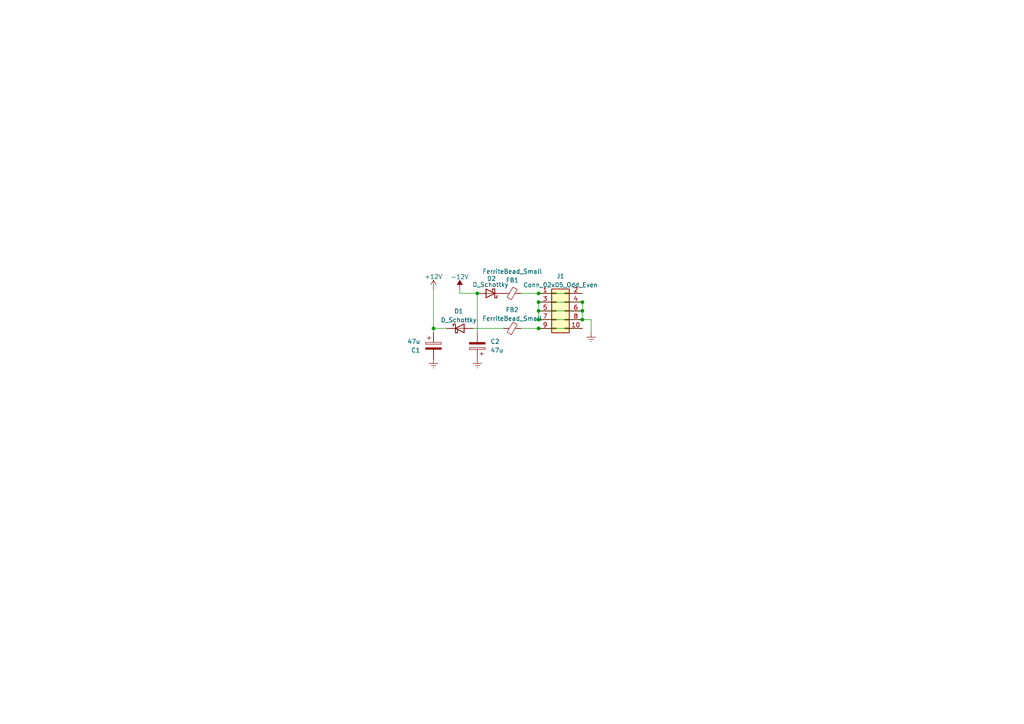
<source format=kicad_sch>
(kicad_sch (version 20230121) (generator eeschema)
  (paper "A4")
  (lib_symbols
    (symbol "Connector_Generic:Conn_02x05_Odd_Even" (pin_names (offset 1.016) hide)
      (property "Reference" "J" (at 1.27 7.62 0))
      (property "Value" "Conn_02x05_Odd_Even" (at 1.27 -7.62 0))
      (symbol "Conn_02x05_Odd_Even_1_1"
        (rectangle (start -1.27 -4.953) (end 0 -5.207) (stroke (width 0.1524)))
        (rectangle (start -1.27 -2.413) (end 0 -2.667) (stroke (width 0.1524)))
        (rectangle (start -1.27 0.127) (end 0 -0.127) (stroke (width 0.1524)))
        (rectangle (start -1.27 2.667) (end 0 2.413) (stroke (width 0.1524)))
        (rectangle (start -1.27 5.207) (end 0 4.953) (stroke (width 0.1524)))
        (rectangle (start -1.27 6.35) (end 3.81 -6.35) (stroke (width 0.254)) (fill (type background)))
        (rectangle (start 3.81 -4.953) (end 2.54 -5.207) (stroke (width 0.1524)))
        (rectangle (start 3.81 -2.413) (end 2.54 -2.667) (stroke (width 0.1524)))
        (rectangle (start 3.81 0.127) (end 2.54 -0.127) (stroke (width 0.1524)))
        (rectangle (start 3.81 2.667) (end 2.54 2.413) (stroke (width 0.1524)))
        (rectangle (start 3.81 5.207) (end 2.54 4.953) (stroke (width 0.1524)))
        (pin passive line (at -5.08 5.08 0) (length 3.81) (name "Pin_1") (number "1"))
        (pin passive line (at 7.62 -5.08 180) (length 3.81) (name "Pin_10") (number "10"))
        (pin passive line (at 7.62 5.08 180) (length 3.81) (name "Pin_2") (number "2"))
        (pin passive line (at -5.08 2.54 0) (length 3.81) (name "Pin_3") (number "3"))
        (pin passive line (at 7.62 2.54 180) (length 3.81) (name "Pin_4") (number "4"))
        (pin passive line (at -5.08 0 0) (length 3.81) (name "Pin_5") (number "5"))
        (pin passive line (at 7.62 0 180) (length 3.81) (name "Pin_6") (number "6"))
        (pin passive line (at -5.08 -2.54 0) (length 3.81) (name "Pin_7") (number "7"))
        (pin passive line (at 7.62 -2.54 180) (length 3.81) (name "Pin_8") (number "8"))
        (pin passive line (at -5.08 -5.08 0) (length 3.81) (name "Pin_9") (number "9"))
      )
    )
    (symbol "Device:C_Polarized" (pin_numbers hide) (pin_names (offset 0.254))
      (property "Reference" "C" (at 0.635 2.54 0))
      (property "Value" "C_Polarized" (at 0.635 -2.54 0))
      (symbol "C_Polarized_0_1"
        (rectangle (start -2.286 0.508) (end 2.286 1.016))
        (polyline (pts (xy -1.778 2.286) (xy -0.762 2.286)))
        (polyline (pts (xy -1.27 2.794) (xy -1.27 1.778)))
        (rectangle (start 2.286 -0.508) (end -2.286 -1.016) (fill (type outline)))
      )
      (symbol "C_Polarized_1_1"
        (pin passive line (at 0 3.81 270) (length 2.794) (name "~") (number "1"))
        (pin passive line (at 0 -3.81 90) (length 2.794) (name "~") (number "2"))
      )
    )
    (symbol "Device:D_Schottky" (pin_numbers hide) (pin_names (offset 1.016) hide)
      (property "Reference" "D" (at 0 2.54 0))
      (property "Value" "D_Schottky" (at 0 -2.54 0))
      (symbol "D_Schottky_0_1"
        (polyline (pts (xy 1.27 0) (xy -1.27 0)))
        (polyline (pts (xy 1.27 1.27) (xy 1.27 -1.27) (xy -1.27 0) (xy 1.27 1.27)) (stroke (width 0.254)))
        (polyline (pts (xy -1.905 0.635) (xy -1.905 1.27) (xy -1.27 1.27) (xy -1.27 -1.27) (xy -0.635 -1.27) (xy -0.635 -0.635)) (stroke (width 0.254)))
      )
      (symbol "D_Schottky_1_1"
        (pin passive line (at -3.81 0 0) (length 2.54) (name "K") (number "1"))
        (pin passive line (at 3.81 0 180) (length 2.54) (name "A") (number "2"))
      )
    )
    (symbol "Device:FerriteBead_Small" (pin_numbers hide) (pin_names (offset 0))
      (property "Reference" "FB" (at 1.905 1.27 0))
      (property "Value" "FerriteBead_Small" (at 1.905 -1.27 0))
      (symbol "FerriteBead_Small_0_1"
        (polyline (pts (xy 0 -1.27) (xy 0 -0.7874)))
        (polyline (pts (xy 0 0.889) (xy 0 1.2954)))
        (polyline (pts (xy -1.8288 0.2794) (xy -1.1176 1.4986) (xy 1.8288 -0.2032) (xy 1.1176 -1.4224) (xy -1.8288 0.2794)))
      )
      (symbol "FerriteBead_Small_1_1"
        (pin passive line (at 0 2.54 270) (length 1.27) (name "~") (number "1"))
        (pin passive line (at 0 -2.54 90) (length 1.27) (name "~") (number "2"))
      )
    )
    (symbol "power:+12V" (power) (pin_names (offset 0))
      (property "Value" "+12V" (at 0 3.556 0))
      (symbol "+12V_0_1"
        (polyline (pts (xy -0.762 1.27) (xy 0 2.54)))
        (polyline (pts (xy 0 0) (xy 0 2.54)))
        (polyline (pts (xy 0 2.54) (xy 0.762 1.27)))
      )
      (symbol "+12V_1_1"
        (pin power_in line (at 0 0 90) (length 0) hide (name "+12V") (number "1"))
      )
    )
    (symbol "power:-12V" (power) (pin_names (offset 0))
      (property "Value" "-12V" (at 0 3.81 0))
      (symbol "-12V_0_0"
        (pin power_in line (at 0 0 90) (length 0) hide (name "-12V") (number "1"))
      )
      (symbol "-12V_0_1"
        (polyline (pts (xy 0 0) (xy 0 1.27) (xy 0.762 1.27) (xy 0 2.54) (xy -0.762 1.27) (xy 0 1.27)) (fill (type outline)))
      )
    )
    (symbol "power:Earth" (power) (pin_names (offset 0))
      (symbol "Earth_0_1"
        (polyline (pts (xy -0.635 -1.905) (xy 0.635 -1.905)))
        (polyline (pts (xy -0.127 -2.54) (xy 0.127 -2.54)))
        (polyline (pts (xy 0 -1.27) (xy 0 0)))
        (polyline (pts (xy 1.27 -1.27) (xy -1.27 -1.27)))
      )
      (symbol "Earth_1_1"
        (pin power_in line (at 0 0 270) (length 0) hide (name "Earth") (number "1"))
      )
    )
  )
  (junction (at 138.43 85.09))
  (junction (at 156.21 85.09))
  (junction (at 125.73 95.25))
  (junction (at 168.91 87.63))
  (junction (at 156.21 95.25))
  (junction (at 168.91 90.17))
  (junction (at 156.21 92.71))
  (junction (at 156.21 90.17))
  (junction (at 156.21 87.63))
  (junction (at 168.91 92.71))
  (wire (pts (xy 156.21 90.17) (xy 168.91 90.17)))
  (wire (pts (xy 125.73 95.25) (xy 125.73 96.52)))
  (wire (pts (xy 133.35 85.09) (xy 138.43 85.09)))
  (wire (pts (xy 151.13 95.25) (xy 156.21 95.25)))
  (wire (pts (xy 156.21 90.17) (xy 156.21 92.71)))
  (wire (pts (xy 156.21 95.25) (xy 168.91 95.25)))
  (wire (pts (xy 133.35 83.82) (xy 133.35 85.09)))
  (wire (pts (xy 137.16 95.25) (xy 146.05 95.25)))
  (wire (pts (xy 156.21 85.09) (xy 168.91 85.09)))
  (wire (pts (xy 168.91 90.17) (xy 168.91 92.71)))
  (wire (pts (xy 138.43 85.09) (xy 138.43 96.52)))
  (wire (pts (xy 171.45 92.71) (xy 168.91 92.71)))
  (wire (pts (xy 125.73 83.82) (xy 125.73 95.25)))
  (wire (pts (xy 171.45 96.52) (xy 171.45 92.71)))
  (wire (pts (xy 156.21 87.63) (xy 168.91 87.63)))
  (wire (pts (xy 168.91 87.63) (xy 168.91 90.17)))
  (wire (pts (xy 125.73 95.25) (xy 129.54 95.25)))
  (wire (pts (xy 151.13 85.09) (xy 156.21 85.09)))
  (wire (pts (xy 156.21 87.63) (xy 156.21 90.17)))
  (wire (pts (xy 156.21 92.71) (xy 168.91 92.71)))
  (symbol (lib_id "Device:C_Polarized") (at 138.43 100.33 180) (unit 1)
    (property "Reference" "C2" (at 142.24 99.06 0) (effects (justify right)))
    (property "Value" "47u" (at 142.24 101.6 0) (effects (justify right)))
    (property "Footprint" "Capacitor_SMD:CP_Elec_5x5.4" (effects hide))
  )
  (symbol (lib_id "power:Earth") (at 138.43 104.14 0) (unit 1)
    (property "Reference" "#PWR04" (effects hide))
    (property "Value" "Earth" (effects hide))
  )
  (symbol (lib_id "power:Earth") (at 171.45 96.52 0) (unit 1)
    (property "Reference" "#PWR05" (effects hide))
    (property "Value" "Earth" (effects hide))
  )
  (symbol (lib_id "power:Earth") (at 125.73 104.14 0) (unit 1)
    (property "Reference" "#PWR02" (effects hide))
    (property "Value" "Earth" (effects hide))
  )
  (symbol (lib_id "Device:FerriteBead_Small") (at 148.59 95.25 90) (unit 1)
    (property "Reference" "FB2" (at 148.5519 89.8484 90))
    (property "Value" "FerriteBead_Small" (at 148.5519 92.3853 90))
    (property "Footprint" "Resistor_SMD:R_0805_2012Metric" (effects hide))
  )
  (symbol (lib_id "Device:D_Schottky") (at 133.35 95.25 0) (unit 1)
    (property "Reference" "D1" (at 133.0325 90.2802 0))
    (property "Value" "D_Schottky" (at 133.0325 92.8171 0))
    (property "Footprint" "Diode_SMD:D_SOD-323" (effects hide))
  )
  (symbol (lib_id "Device:FerriteBead_Small") (at 148.59 85.09 90) (unit 1)
    (property "Reference" "FB1" (at 148.59 81.28 90))
    (property "Value" "FerriteBead_Small" (at 148.59 78.74 90))
    (property "Footprint" "Resistor_SMD:R_0805_2012Metric" (effects hide))
  )
  (symbol (lib_id "Device:C_Polarized") (at 125.73 100.33 0) (unit 1)
    (property "Reference" "C1" (at 121.92 101.6 0) (effects (justify right)))
    (property "Value" "47u" (at 121.92 99.06 0) (effects (justify right)))
    (property "Footprint" "Capacitor_SMD:CP_Elec_5x5.4" (effects hide))
  )
  (symbol (lib_id "power:+12V") (at 125.73 83.82 0) (unit 1)
    (property "Reference" "#PWR01" (effects hide))
    (property "Value" "+12V" (at 125.73 80.2442 0))
  )
  (symbol (lib_id "Connector_Generic:Conn_02x05_Odd_Even") (at 161.29 90.17 0) (unit 1)
    (property "Reference" "J1" (at 162.56 80.1202 0))
    (property "Value" "Conn_02x05_Odd_Even" (at 162.56 82.6571 0))
    (property "Footprint" "Connector_IDC:IDC-Header_2x05_P2.54mm_Vertical" (effects hide))
  )
  (symbol (lib_id "Device:D_Schottky") (at 142.24 85.09 180) (unit 1)
    (property "Reference" "D2" (at 142.5575 80.8101 0))
    (property "Value" "D_Schottky" (at 142.24 82.55 0))
    (property "Footprint" "Diode_SMD:D_SOD-323" (effects hide))
  )
  (symbol (lib_id "power:-12V") (at 133.35 83.82 0) (unit 1)
    (property "Reference" "#PWR03" (effects hide))
    (property "Value" "-12V" (at 133.35 80.3181 0))
  )
)
</source>
